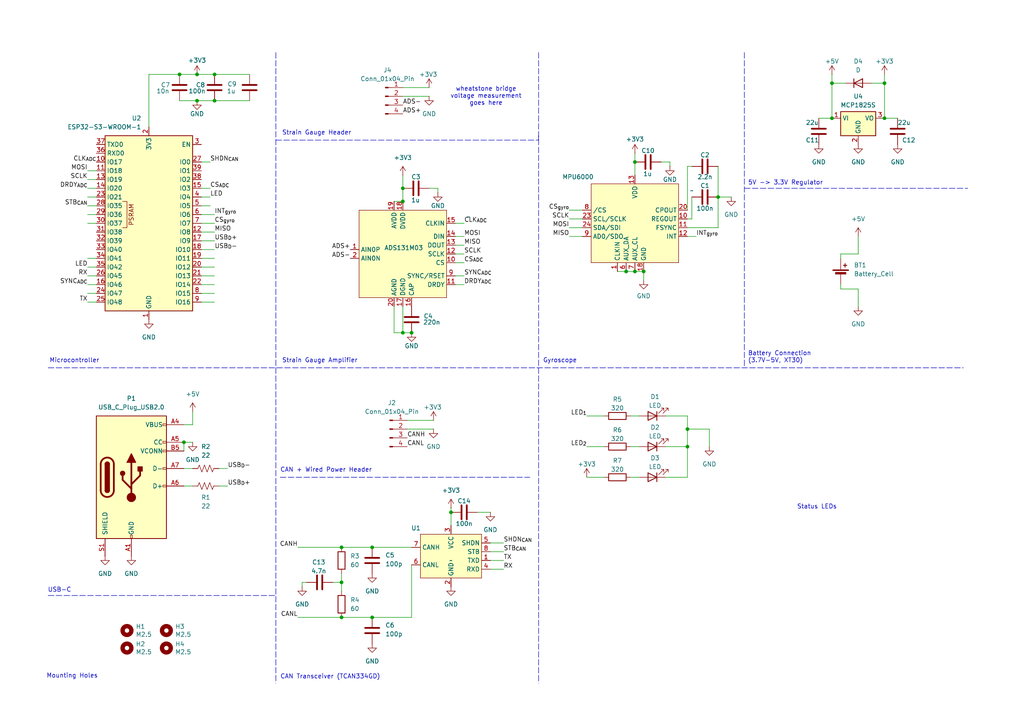
<source format=kicad_sch>
(kicad_sch (version 20231120) (generator "eeschema") (generator_version "8.0")
  (paper "A4")
  (lib_symbols
    (symbol "0_pwrmtr:ADS131M03"
      (property "Reference" "ADS131M03" (at -19.05 15.24 0))
      (symbol "ADS131M03_1_1"
        (rectangle (start -12.7 12.7) (end 12.7 -12.7) (fill (type background)))
        (pin input line (at -15.24 1.27 0) (length 2.54) (name "AIN0P") (number "1"))
        (pin input line (at 15.24 -2.54 180) (length 2.54) (name "CS") (number "10"))
        (pin input line (at 15.24 -8.89 180) (length 2.54) (name "DRDY") (number "11"))
        (pin input line (at 15.24 0 180) (length 2.54) (name "SCLK") (number "12"))
        (pin input line (at 15.24 2.54 180) (length 2.54) (name "DOUT") (number "13"))
        (pin input line (at 15.24 5.08 180) (length 2.54) (name "DIN") (number "14"))
        (pin input line (at 15.24 8.89 180) (length 2.54) (name "CLKIN") (number "15"))
        (pin input line (at 2.54 -15.24 90) (length 2.54) (name "CAP") (number "16"))
        (pin input line (at 0 -15.24 90) (length 2.54) (name "DGND") (number "17"))
        (pin input line (at 0 15.24 270) (length 2.54) (name "DVDD") (number "18"))
        (pin input line (at -2.54 15.24 270) (length 2.54) (name "AVDD") (number "19"))
        (pin input line (at -15.24 -1.27 0) (length 2.54) (name "AIN0N") (number "2"))
        (pin input line (at -2.54 -15.24 90) (length 2.54) (name "AGND") (number "20"))
        (pin input line (at -15.24 -8.89 0) (length 2.54) hide (name "AIN1N") (number "3"))
        (pin input line (at -15.24 -10.16 0) (length 2.54) hide (name "AIN1P") (number "4"))
        (pin input line (at -15.24 -11.43 0) (length 2.54) hide (name "AIN2P") (number "5"))
        (pin input line (at -12.7 -15.24 90) (length 2.54) hide (name "AIN2N") (number "6"))
        (pin input line (at -11.43 -15.24 90) (length 2.54) hide (name "NC") (number "7"))
        (pin input line (at -10.16 -15.24 90) (length 2.54) hide (name "NC") (number "8"))
        (pin input line (at 15.24 -6.35 180) (length 2.54) (name "SYNC/RSET") (number "9"))
      )
    )
    (symbol "0_pwrmtr:MPU6050"
      (property "Reference" "MPU6050" (at -19.05 12.7 0))
      (symbol "MPU6050_1_1"
        (rectangle (start -12.7 11.43) (end 12.7 -11.43) (fill (type background)))
        (pin input line (at -5.08 -13.97 90) (length 2.54) (name "CLKIN") (number "1"))
        (pin input line (at 15.24 1.27 180) (length 2.54) (name "REGOUT") (number "10"))
        (pin input line (at 15.24 -1.27 180) (length 2.54) (name "FSYNC") (number "11"))
        (pin input line (at 15.24 -3.81 180) (length 2.54) (name "INT") (number "12"))
        (pin input line (at 0 13.97 270) (length 2.54) (name "VDD") (number "13"))
        (pin no_connect line (at 3.81 13.97 270) (length 2.54) hide (name "NC") (number "14"))
        (pin no_connect line (at -3.81 13.97 270) (length 2.54) hide (name "NC") (number "15"))
        (pin no_connect line (at -6.35 13.97 270) (length 2.54) hide (name "NC") (number "16"))
        (pin no_connect line (at -8.89 13.97 270) (length 2.54) hide (name "NC") (number "17"))
        (pin input line (at 2.54 -13.97 90) (length 2.54) (name "GND") (number "18"))
        (pin input line (at -15.24 -10.16 0) (length 2.54) hide (name "RESV") (number "19"))
        (pin no_connect line (at -11.43 13.97 270) (length 2.54) hide (name "NC") (number "2"))
        (pin input line (at 15.24 3.81 180) (length 2.54) (name "CPOUT") (number "20"))
        (pin input line (at -15.24 -7.62 0) (length 2.54) hide (name "RESV") (number "21"))
        (pin input line (at -15.24 -5.08 0) (length 2.54) hide (name "RESV") (number "22"))
        (pin input line (at -15.24 1.27 0) (length 2.54) (name "SCL/SCLK") (number "23"))
        (pin input line (at -15.24 -1.27 0) (length 2.54) (name "SDA/SDI") (number "24"))
        (pin no_connect line (at 11.43 13.97 270) (length 2.54) hide (name "NC") (number "3"))
        (pin no_connect line (at 8.89 13.97 270) (length 2.54) hide (name "NC") (number "4"))
        (pin no_connect line (at 6.35 13.97 270) (length 2.54) hide (name "NC") (number "5"))
        (pin input line (at -2.54 -13.97 90) (length 2.54) (name "AUX_DA") (number "6"))
        (pin input line (at 0 -13.97 90) (length 2.54) (name "AUX_CL") (number "7"))
        (pin input line (at -15.24 3.81 0) (length 2.54) (name "/CS") (number "8"))
        (pin input line (at -15.24 -3.81 0) (length 2.54) (name "AD0/SDO") (number "9"))
      )
    )
    (symbol "0_pwrmtr:TCAN334"
      (property "Reference" "U" (at 0 0 0))
      (symbol "TCAN334_1_1"
        (rectangle (start -8.89 6.35) (end 8.89 -6.35) (fill (type background)))
        (pin input line (at 11.43 -1.27 180) (length 2.54) (name "TXD") (number "1"))
        (pin passive line (at 0 -8.89 90) (length 2.54) (name "GND") (number "2"))
        (pin power_in line (at 0 8.89 270) (length 2.54) (name "VCC") (number "3"))
        (pin output line (at 11.43 -3.81 180) (length 2.54) (name "RXD") (number "4"))
        (pin input line (at 11.43 3.81 180) (length 2.54) (name "SHDN") (number "5"))
        (pin output line (at -11.43 -2.54 0) (length 2.54) (name "CANL") (number "6"))
        (pin output line (at -11.43 2.54 0) (length 2.54) (name "CANH") (number "7"))
        (pin input line (at 11.43 1.27 180) (length 2.54) (name "STB") (number "8"))
      )
    )
    (symbol "Connector:Conn_01x04_Pin" (pin_names (offset 1.016) hide)
      (property "Reference" "J" (at 0 5.08 0))
      (property "Value" "Conn_01x04_Pin" (at 0 -7.62 0))
      (symbol "Conn_01x04_Pin_1_1"
        (polyline (pts (xy 1.27 -5.08) (xy 0.8636 -5.08)) (stroke (width 0.1524)))
        (polyline (pts (xy 1.27 -2.54) (xy 0.8636 -2.54)) (stroke (width 0.1524)))
        (polyline (pts (xy 1.27 0) (xy 0.8636 0)) (stroke (width 0.1524)))
        (polyline (pts (xy 1.27 2.54) (xy 0.8636 2.54)) (stroke (width 0.1524)))
        (rectangle (start 0.8636 -4.953) (end 0 -5.207) (stroke (width 0.1524)) (fill (type outline)))
        (rectangle (start 0.8636 -2.413) (end 0 -2.667) (stroke (width 0.1524)) (fill (type outline)))
        (rectangle (start 0.8636 0.127) (end 0 -0.127) (stroke (width 0.1524)) (fill (type outline)))
        (rectangle (start 0.8636 2.667) (end 0 2.413) (stroke (width 0.1524)) (fill (type outline)))
        (pin passive line (at 5.08 2.54 180) (length 3.81) (name "Pin_1") (number "1"))
        (pin passive line (at 5.08 0 180) (length 3.81) (name "Pin_2") (number "2"))
        (pin passive line (at 5.08 -2.54 180) (length 3.81) (name "Pin_3") (number "3"))
        (pin passive line (at 5.08 -5.08 180) (length 3.81) (name "Pin_4") (number "4"))
      )
    )
    (symbol "Connector:USB_C_Plug_USB2.0" (pin_names (offset 1.016))
      (property "Reference" "P" (at -10.16 19.05 0))
      (property "Value" "USB_C_Plug_USB2.0" (at 12.7 19.05 0))
      (symbol "USB_C_Plug_USB2.0_0_0"
        (rectangle (start -0.254 -17.78) (end 0.254 -16.764))
        (rectangle (start 10.16 -2.286) (end 9.144 -2.794))
        (rectangle (start 10.16 2.794) (end 9.144 2.286))
        (rectangle (start 10.16 7.874) (end 9.144 7.366))
        (rectangle (start 10.16 10.414) (end 9.144 9.906))
        (rectangle (start 10.16 15.494) (end 9.144 14.986))
      )
      (symbol "USB_C_Plug_USB2.0_0_1"
        (rectangle (start -10.16 17.78) (end 10.16 -17.78) (stroke (width 0.254)) (fill (type background)))
        (arc (start -8.89 -3.81) (mid -6.985 -5.7067) (end -5.08 -3.81) (stroke (width 0.508)))
        (arc (start -7.62 -3.81) (mid -6.985 -4.4423) (end -6.35 -3.81) (stroke (width 0.254)))
        (arc (start -7.62 -3.81) (mid -6.985 -4.4423) (end -6.35 -3.81) (stroke (width 0.254)) (fill (type outline)))
        (rectangle (start -7.62 -3.81) (end -6.35 3.81) (stroke (width 0.254)) (fill (type outline)))
        (arc (start -6.35 3.81) (mid -6.985 4.4423) (end -7.62 3.81) (stroke (width 0.254)))
        (arc (start -6.35 3.81) (mid -6.985 4.4423) (end -7.62 3.81) (stroke (width 0.254)) (fill (type outline)))
        (arc (start -5.08 3.81) (mid -6.985 5.7067) (end -8.89 3.81) (stroke (width 0.508)))
        (circle (center -2.54 1.143) (radius 0.635) (stroke (width 0.254)) (fill (type outline)))
        (circle (center 0 -5.842) (radius 1.27) (fill (type outline)))
        (polyline (pts (xy -8.89 -3.81) (xy -8.89 3.81)) (stroke (width 0.508)))
        (polyline (pts (xy -5.08 3.81) (xy -5.08 -3.81)) (stroke (width 0.508)))
        (polyline (pts (xy 0 -5.842) (xy 0 4.318)) (stroke (width 0.508)))
        (polyline (pts (xy 0 -3.302) (xy -2.54 -0.762) (xy -2.54 0.508)) (stroke (width 0.508)))
        (polyline (pts (xy 0 -2.032) (xy 2.54 0.508) (xy 2.54 1.778)) (stroke (width 0.508)))
        (polyline (pts (xy -1.27 4.318) (xy 0 6.858) (xy 1.27 4.318) (xy -1.27 4.318)) (stroke (width 0.254)) (fill (type outline)))
        (rectangle (start 1.905 1.778) (end 3.175 3.048) (stroke (width 0.254)) (fill (type outline)))
      )
      (symbol "USB_C_Plug_USB2.0_1_1"
        (pin passive line (at 0 -22.86 90) (length 5.08) (name "GND") (number "A1"))
        (pin passive line (at 0 -22.86 90) (length 5.08) hide (name "GND") (number "A12"))
        (pin passive line (at 15.24 15.24 180) (length 5.08) (name "VBUS") (number "A4"))
        (pin bidirectional line (at 15.24 10.16 180) (length 5.08) (name "CC") (number "A5"))
        (pin bidirectional line (at 15.24 -2.54 180) (length 5.08) (name "D+") (number "A6"))
        (pin bidirectional line (at 15.24 2.54 180) (length 5.08) (name "D-") (number "A7"))
        (pin passive line (at 15.24 15.24 180) (length 5.08) hide (name "VBUS") (number "A9"))
        (pin passive line (at 0 -22.86 90) (length 5.08) hide (name "GND") (number "B1"))
        (pin passive line (at 0 -22.86 90) (length 5.08) hide (name "GND") (number "B12"))
        (pin passive line (at 15.24 15.24 180) (length 5.08) hide (name "VBUS") (number "B4"))
        (pin bidirectional line (at 15.24 7.62 180) (length 5.08) (name "VCONN") (number "B5"))
        (pin passive line (at 15.24 15.24 180) (length 5.08) hide (name "VBUS") (number "B9"))
        (pin passive line (at -7.62 -22.86 90) (length 5.08) (name "SHIELD") (number "S1"))
      )
    )
    (symbol "Device:Battery_Cell" (pin_numbers hide) (pin_names (offset 0) hide)
      (property "Reference" "BT" (at 2.54 2.54 0))
      (property "Value" "Battery_Cell" (at 2.54 0 0))
      (symbol "Battery_Cell_0_1"
        (rectangle (start -2.286 1.778) (end 2.286 1.524) (fill (type outline)))
        (rectangle (start -1.524 1.016) (end 1.524 0.508) (fill (type outline)))
        (polyline (pts (xy 0 0.762) (xy 0 0)))
        (polyline (pts (xy 0 1.778) (xy 0 2.54)))
        (polyline (pts (xy 0.762 3.048) (xy 1.778 3.048)) (stroke (width 0.254)))
        (polyline (pts (xy 1.27 3.556) (xy 1.27 2.54)) (stroke (width 0.254)))
      )
      (symbol "Battery_Cell_1_1"
        (pin passive line (at 0 5.08 270) (length 2.54) (name "+") (number "1"))
        (pin passive line (at 0 -2.54 90) (length 2.54) (name "-") (number "2"))
      )
    )
    (symbol "Device:C" (pin_numbers hide) (pin_names (offset 0.254))
      (property "Reference" "C" (at 0.635 2.54 0))
      (property "Value" "C" (at 0.635 -2.54 0))
      (symbol "C_0_1"
        (polyline (pts (xy -2.032 -0.762) (xy 2.032 -0.762)) (stroke (width 0.508)))
        (polyline (pts (xy -2.032 0.762) (xy 2.032 0.762)) (stroke (width 0.508)))
      )
      (symbol "C_1_1"
        (pin passive line (at 0 3.81 270) (length 2.794) (name "~") (number "1"))
        (pin passive line (at 0 -3.81 90) (length 2.794) (name "~") (number "2"))
      )
    )
    (symbol "Device:D" (pin_numbers hide) (pin_names (offset 1.016) hide)
      (property "Reference" "D" (at 0 2.54 0))
      (property "Value" "D" (at 0 -2.54 0))
      (symbol "D_0_1"
        (polyline (pts (xy -1.27 1.27) (xy -1.27 -1.27)) (stroke (width 0.254)))
        (polyline (pts (xy 1.27 0) (xy -1.27 0)))
        (polyline (pts (xy 1.27 1.27) (xy 1.27 -1.27) (xy -1.27 0) (xy 1.27 1.27)) (stroke (width 0.254)))
      )
      (symbol "D_1_1"
        (pin passive line (at -3.81 0 0) (length 2.54) (name "K") (number "1"))
        (pin passive line (at 3.81 0 180) (length 2.54) (name "A") (number "2"))
      )
    )
    (symbol "Device:LED" (pin_numbers hide) (pin_names (offset 1.016) hide)
      (property "Reference" "D" (at 0 2.54 0))
      (property "Value" "LED" (at 0 -2.54 0))
      (symbol "LED_0_1"
        (polyline (pts (xy -1.27 -1.27) (xy -1.27 1.27)) (stroke (width 0.254)))
        (polyline (pts (xy -1.27 0) (xy 1.27 0)))
        (polyline (pts (xy 1.27 -1.27) (xy 1.27 1.27) (xy -1.27 0) (xy 1.27 -1.27)) (stroke (width 0.254)))
        (polyline (pts (xy -3.048 -0.762) (xy -4.572 -2.286) (xy -3.81 -2.286) (xy -4.572 -2.286) (xy -4.572 -1.524)))
        (polyline (pts (xy -1.778 -0.762) (xy -3.302 -2.286) (xy -2.54 -2.286) (xy -3.302 -2.286) (xy -3.302 -1.524)))
      )
      (symbol "LED_1_1"
        (pin passive line (at -3.81 0 0) (length 2.54) (name "K") (number "1"))
        (pin passive line (at 3.81 0 180) (length 2.54) (name "A") (number "2"))
      )
    )
    (symbol "Device:R" (pin_numbers hide) (pin_names (offset 0))
      (property "Reference" "R" (at 2.032 0 90))
      (property "Value" "R" (at 0 0 90))
      (symbol "R_0_1"
        (rectangle (start -1.016 -2.54) (end 1.016 2.54) (stroke (width 0.254)))
      )
      (symbol "R_1_1"
        (pin passive line (at 0 3.81 270) (length 1.27) (name "~") (number "1"))
        (pin passive line (at 0 -3.81 90) (length 1.27) (name "~") (number "2"))
      )
    )
    (symbol "Device:R_US" (pin_numbers hide) (pin_names (offset 0))
      (property "Reference" "R" (at 2.54 0 90))
      (property "Value" "R_US" (at -2.54 0 90))
      (symbol "R_US_0_1"
        (polyline (pts (xy 0 -2.286) (xy 0 -2.54)))
        (polyline (pts (xy 0 2.286) (xy 0 2.54)))
        (polyline (pts (xy 0 -0.762) (xy 1.016 -1.143) (xy 0 -1.524) (xy -1.016 -1.905) (xy 0 -2.286)))
        (polyline (pts (xy 0 0.762) (xy 1.016 0.381) (xy 0 0) (xy -1.016 -0.381) (xy 0 -0.762)))
        (polyline (pts (xy 0 2.286) (xy 1.016 1.905) (xy 0 1.524) (xy -1.016 1.143) (xy 0 0.762)))
      )
      (symbol "R_US_1_1"
        (pin passive line (at 0 3.81 270) (length 1.27) (name "~") (number "1"))
        (pin passive line (at 0 -3.81 90) (length 1.27) (name "~") (number "2"))
      )
    )
    (symbol "Mechanical:MountingHole" (pin_names (offset 1.016))
      (property "Reference" "H" (at 0 5.08 0))
      (property "Value" "MountingHole" (at 0 3.175 0))
      (symbol "MountingHole_0_1"
        (circle (center 0 0) (radius 1.27) (stroke (width 1.27)))
      )
    )
    (symbol "RF_Module:ESP32-S3-WROOM-1"
      (property "Reference" "U" (at -12.7 26.67 0))
      (property "Value" "ESP32-S3-WROOM-1" (at 12.7 26.67 0))
      (symbol "ESP32-S3-WROOM-1_0_0"
        (rectangle (start -12.7 25.4) (end 12.7 -25.4) (stroke (width 0.254)) (fill (type background)))
        (text "PSRAM" (at 5.08 2.54 900) (effects (font (size 1.27 1.27))))
      )
      (symbol "ESP32-S3-WROOM-1_0_1"
        (polyline (pts (xy 7.62 -1.27) (xy 6.35 -1.27) (xy 6.35 6.35) (xy 7.62 6.35)))
      )
      (symbol "ESP32-S3-WROOM-1_1_1"
        (pin power_in line (at 0 -27.94 90) (length 2.54) (name "GND") (number "1"))
        (pin bidirectional line (at 15.24 17.78 180) (length 2.54) (name "IO17") (number "10"))
        (pin bidirectional line (at 15.24 15.24 180) (length 2.54) (name "IO18") (number "11"))
        (pin bidirectional line (at -15.24 -2.54 0) (length 2.54) (name "IO8") (number "12"))
        (pin bidirectional line (at 15.24 12.7 180) (length 2.54) (name "IO19") (number "13"))
        (pin bidirectional line (at 15.24 10.16 180) (length 2.54) (name "IO20") (number "14"))
        (pin bidirectional line (at -15.24 10.16 0) (length 2.54) (name "IO3") (number "15"))
        (pin bidirectional line (at 15.24 -17.78 180) (length 2.54) (name "IO46") (number "16"))
        (pin bidirectional line (at -15.24 -5.08 0) (length 2.54) (name "IO9") (number "17"))
        (pin bidirectional line (at -15.24 -7.62 0) (length 2.54) (name "IO10") (number "18"))
        (pin bidirectional line (at -15.24 -10.16 0) (length 2.54) (name "IO11") (number "19"))
        (pin power_in line (at 0 27.94 270) (length 2.54) (name "3V3") (number "2"))
        (pin bidirectional line (at -15.24 -12.7 0) (length 2.54) (name "IO12") (number "20"))
        (pin bidirectional line (at -15.24 -15.24 0) (length 2.54) (name "IO13") (number "21"))
        (pin bidirectional line (at -15.24 -17.78 0) (length 2.54) (name "IO14") (number "22"))
        (pin bidirectional line (at 15.24 7.62 180) (length 2.54) (name "IO21") (number "23"))
        (pin bidirectional line (at 15.24 -20.32 180) (length 2.54) (name "IO47") (number "24"))
        (pin bidirectional line (at 15.24 -22.86 180) (length 2.54) (name "IO48") (number "25"))
        (pin bidirectional line (at 15.24 -15.24 180) (length 2.54) (name "IO45") (number "26"))
        (pin bidirectional line (at -15.24 17.78 0) (length 2.54) (name "IO0") (number "27"))
        (pin bidirectional line (at 15.24 5.08 180) (length 2.54) (name "IO35") (number "28"))
        (pin bidirectional line (at 15.24 2.54 180) (length 2.54) (name "IO36") (number "29"))
        (pin input line (at -15.24 22.86 0) (length 2.54) (name "EN") (number "3"))
        (pin bidirectional line (at 15.24 0 180) (length 2.54) (name "IO37") (number "30"))
        (pin bidirectional line (at 15.24 -2.54 180) (length 2.54) (name "IO38") (number "31"))
        (pin bidirectional line (at 15.24 -5.08 180) (length 2.54) (name "IO39") (number "32"))
        (pin bidirectional line (at 15.24 -7.62 180) (length 2.54) (name "IO40") (number "33"))
        (pin bidirectional line (at 15.24 -10.16 180) (length 2.54) (name "IO41") (number "34"))
        (pin bidirectional line (at 15.24 -12.7 180) (length 2.54) (name "IO42") (number "35"))
        (pin bidirectional line (at 15.24 20.32 180) (length 2.54) (name "RXD0") (number "36"))
        (pin bidirectional line (at 15.24 22.86 180) (length 2.54) (name "TXD0") (number "37"))
        (pin bidirectional line (at -15.24 12.7 0) (length 2.54) (name "IO2") (number "38"))
        (pin bidirectional line (at -15.24 15.24 0) (length 2.54) (name "IO1") (number "39"))
        (pin bidirectional line (at -15.24 7.62 0) (length 2.54) (name "IO4") (number "4"))
        (pin passive line (at 0 -27.94 90) (length 2.54) hide (name "GND") (number "40"))
        (pin passive line (at 0 -27.94 90) (length 2.54) hide (name "GND") (number "41"))
        (pin bidirectional line (at -15.24 5.08 0) (length 2.54) (name "IO5") (number "5"))
        (pin bidirectional line (at -15.24 2.54 0) (length 2.54) (name "IO6") (number "6"))
        (pin bidirectional line (at -15.24 0 0) (length 2.54) (name "IO7") (number "7"))
        (pin bidirectional line (at -15.24 -20.32 0) (length 2.54) (name "IO15") (number "8"))
        (pin bidirectional line (at -15.24 -22.86 0) (length 2.54) (name "IO16") (number "9"))
      )
    )
    (symbol "Regulator_Linear:MCP1825S"
      (property "Reference" "U" (at -3.81 3.175 0))
      (property "Value" "MCP1825S" (at 0 3.175 0))
      (symbol "MCP1825S_0_1"
        (rectangle (start -5.08 1.905) (end 5.08 -5.08) (stroke (width 0.254)) (fill (type background)))
      )
      (symbol "MCP1825S_1_1"
        (pin power_in line (at -7.62 0 0) (length 2.54) (name "VI") (number "1"))
        (pin power_in line (at 0 -7.62 90) (length 2.54) (name "GND") (number "2"))
        (pin power_out line (at 7.62 0 180) (length 2.54) (name "VO") (number "3"))
      )
    )
    (symbol "power:+3.3V" (power) (pin_names (offset 0))
      (property "Value" "+3.3V" (at 0 3.556 0))
      (symbol "+3.3V_0_1"
        (polyline (pts (xy -0.762 1.27) (xy 0 2.54)))
        (polyline (pts (xy 0 0) (xy 0 2.54)))
        (polyline (pts (xy 0 2.54) (xy 0.762 1.27)))
      )
      (symbol "+3.3V_1_1"
        (pin power_in line (at 0 0 90) (length 0) hide (name "+3.3V") (number "1"))
      )
    )
    (symbol "power:+3V3" (power) (pin_numbers hide) (pin_names (offset 0) hide)
      (property "Value" "+3V3" (at 0 3.556 0))
      (symbol "+3V3_0_1"
        (polyline (pts (xy -0.762 1.27) (xy 0 2.54)))
        (polyline (pts (xy 0 0) (xy 0 2.54)))
        (polyline (pts (xy 0 2.54) (xy 0.762 1.27)))
      )
      (symbol "+3V3_1_1"
        (pin power_in line (at 0 0 90) (length 0) (name "~") (number "1"))
      )
    )
    (symbol "power:+5V" (power) (pin_numbers hide) (pin_names (offset 0) hide)
      (property "Value" "+5V" (at 0 3.556 0))
      (symbol "+5V_0_1"
        (polyline (pts (xy -0.762 1.27) (xy 0 2.54)))
        (polyline (pts (xy 0 0) (xy 0 2.54)))
        (polyline (pts (xy 0 2.54) (xy 0.762 1.27)))
      )
      (symbol "+5V_1_1"
        (pin power_in line (at 0 0 90) (length 0) (name "~") (number "1"))
      )
    )
    (symbol "power:GND" (power) (pin_numbers hide) (pin_names (offset 0) hide)
      (property "Value" "GND" (at 0 -3.81 0))
      (symbol "GND_0_1"
        (polyline (pts (xy 0 0) (xy 0 -1.27) (xy 1.27 -1.27) (xy 0 -2.54) (xy -1.27 -1.27) (xy 0 -1.27)))
      )
      (symbol "GND_1_1"
        (pin power_in line (at 0 0 270) (length 0) (name "~") (number "1"))
      )
    )
  )
  (junction (at 99.06 179.07))
  (junction (at 199.39 129.54))
  (junction (at 116.84 96.52))
  (junction (at 99.06 158.75))
  (junction (at 256.54 34.29))
  (junction (at 184.15 46.99))
  (junction (at 119.38 96.52))
  (junction (at 57.15 21.59))
  (junction (at 199.39 124.46))
  (junction (at 181.61 78.74))
  (junction (at 107.95 158.75))
  (junction (at 208.28 57.15))
  (junction (at 53.34 128.27))
  (junction (at 99.06 168.91))
  (junction (at 256.54 24.13))
  (junction (at 116.84 54.61))
  (junction (at 57.15 29.21))
  (junction (at 116.84 58.42))
  (junction (at 62.23 21.59))
  (junction (at 184.15 78.74))
  (junction (at 52.07 21.59))
  (junction (at 241.3 34.29))
  (junction (at 186.69 78.74))
  (junction (at 107.95 179.07))
  (junction (at 130.81 148.59))
  (junction (at 241.3 24.13))
  (junction (at 62.23 29.21))
  (wire (pts (xy 182.88 129.54) (xy 185.42 129.54)))
  (wire (pts (xy 58.42 77.47) (xy 62.23 77.47)))
  (wire (pts (xy 114.3 96.52) (xy 116.84 96.52)))
  (wire (pts (xy 199.39 63.5) (xy 200.66 63.5)))
  (wire (pts (xy 58.42 87.63) (xy 62.23 87.63)))
  (wire (pts (xy 165.1 68.58) (xy 168.91 68.58)))
  (wire (pts (xy 53.34 123.19) (xy 55.88 123.19)))
  (polyline (pts (xy 80.01 15.24) (xy 80.01 106.68)) (stroke (width 0) (type dash)))
  (polyline (pts (xy 13.97 172.72) (xy 80.01 172.72)) (stroke (width 0) (type dash)))
  (wire (pts (xy 119.38 163.83) (xy 119.38 179.07)))
  (wire (pts (xy 248.92 83.82) (xy 243.84 83.82)))
  (wire (pts (xy 116.84 50.8) (xy 116.84 54.61)))
  (wire (pts (xy 243.84 73.66) (xy 243.84 74.93)))
  (wire (pts (xy 57.15 29.21) (xy 62.23 29.21)))
  (wire (pts (xy 256.54 21.59) (xy 256.54 24.13)))
  (wire (pts (xy 87.63 168.91) (xy 87.63 170.18)))
  (wire (pts (xy 146.05 165.1) (xy 142.24 165.1)))
  (wire (pts (xy 107.95 158.75) (xy 119.38 158.75)))
  (wire (pts (xy 199.39 124.46) (xy 199.39 129.54)))
  (wire (pts (xy 182.88 120.65) (xy 185.42 120.65)))
  (wire (pts (xy 248.92 88.9) (xy 248.92 83.82)))
  (wire (pts (xy 170.18 120.65) (xy 175.26 120.65)))
  (wire (pts (xy 57.15 21.59) (xy 62.23 21.59)))
  (wire (pts (xy 199.39 129.54) (xy 199.39 138.43)))
  (wire (pts (xy 125.73 121.92) (xy 118.11 121.92)))
  (wire (pts (xy 248.92 68.58) (xy 248.92 73.66)))
  (wire (pts (xy 179.07 78.74) (xy 181.61 78.74)))
  (wire (pts (xy 62.23 85.09) (xy 58.42 85.09)))
  (wire (pts (xy 52.07 21.59) (xy 57.15 21.59)))
  (wire (pts (xy 58.42 74.93) (xy 62.23 74.93)))
  (wire (pts (xy 142.24 160.02) (xy 146.05 160.02)))
  (wire (pts (xy 52.07 29.21) (xy 57.15 29.21)))
  (wire (pts (xy 199.39 124.46) (xy 205.74 124.46)))
  (wire (pts (xy 55.88 128.27) (xy 53.34 128.27)))
  (wire (pts (xy 43.18 21.59) (xy 52.07 21.59)))
  (wire (pts (xy 62.23 29.21) (xy 72.39 29.21)))
  (polyline (pts (xy 80.01 106.68) (xy 80.01 198.12)) (stroke (width 0) (type dash)))
  (wire (pts (xy 208.28 48.26) (xy 208.28 57.15)))
  (wire (pts (xy 199.39 68.58) (xy 201.93 68.58)))
  (wire (pts (xy 199.39 120.65) (xy 199.39 124.46)))
  (wire (pts (xy 96.52 168.91) (xy 99.06 168.91)))
  (wire (pts (xy 25.4 49.53) (xy 27.94 49.53)))
  (wire (pts (xy 170.18 129.54) (xy 175.26 129.54)))
  (wire (pts (xy 25.4 59.69) (xy 27.94 59.69)))
  (wire (pts (xy 132.08 68.58) (xy 134.62 68.58)))
  (wire (pts (xy 200.66 57.15) (xy 200.66 63.5)))
  (wire (pts (xy 132.08 82.55) (xy 134.62 82.55)))
  (wire (pts (xy 124.46 25.4) (xy 116.84 25.4)))
  (wire (pts (xy 58.42 67.31) (xy 62.23 67.31)))
  (wire (pts (xy 116.84 88.9) (xy 116.84 96.52)))
  (wire (pts (xy 125.73 124.46) (xy 118.11 124.46)))
  (wire (pts (xy 127 54.61) (xy 127 55.88)))
  (wire (pts (xy 237.49 34.29) (xy 241.3 34.29)))
  (wire (pts (xy 25.4 54.61) (xy 27.94 54.61)))
  (wire (pts (xy 199.39 48.26) (xy 199.39 60.96)))
  (wire (pts (xy 165.1 63.5) (xy 168.91 63.5)))
  (wire (pts (xy 63.5 140.97) (xy 66.04 140.97)))
  (wire (pts (xy 43.18 21.59) (xy 43.18 36.83)))
  (wire (pts (xy 208.28 57.15) (xy 208.28 66.04)))
  (wire (pts (xy 184.15 46.99) (xy 184.15 50.8)))
  (wire (pts (xy 62.23 21.59) (xy 72.39 21.59)))
  (wire (pts (xy 132.08 80.01) (xy 134.62 80.01)))
  (wire (pts (xy 114.3 58.42) (xy 116.84 58.42)))
  (wire (pts (xy 132.08 64.77) (xy 134.62 64.77)))
  (polyline (pts (xy 156.21 40.64) (xy 156.21 39.37)) (stroke (width 0) (type dash)))
  (wire (pts (xy 200.66 48.26) (xy 199.39 48.26)))
  (wire (pts (xy 86.36 158.75) (xy 99.06 158.75)))
  (wire (pts (xy 25.4 77.47) (xy 27.94 77.47)))
  (wire (pts (xy 63.5 135.89) (xy 66.04 135.89)))
  (wire (pts (xy 186.69 78.74) (xy 186.69 81.28)))
  (wire (pts (xy 99.06 158.75) (xy 107.95 158.75)))
  (wire (pts (xy 193.04 129.54) (xy 199.39 129.54)))
  (wire (pts (xy 193.04 120.65) (xy 199.39 120.65)))
  (wire (pts (xy 25.4 74.93) (xy 27.94 74.93)))
  (wire (pts (xy 138.43 148.59) (xy 142.24 148.59)))
  (wire (pts (xy 58.42 46.99) (xy 60.96 46.99)))
  (wire (pts (xy 184.15 44.45) (xy 184.15 46.99)))
  (wire (pts (xy 116.84 96.52) (xy 119.38 96.52)))
  (wire (pts (xy 25.4 80.01) (xy 27.94 80.01)))
  (wire (pts (xy 191.77 46.99) (xy 194.31 46.99)))
  (wire (pts (xy 252.73 24.13) (xy 256.54 24.13)))
  (wire (pts (xy 124.46 27.94) (xy 116.84 27.94)))
  (wire (pts (xy 241.3 24.13) (xy 245.11 24.13)))
  (wire (pts (xy 25.4 85.09) (xy 27.94 85.09)))
  (wire (pts (xy 170.18 138.43) (xy 175.26 138.43)))
  (wire (pts (xy 53.34 128.27) (xy 53.34 130.81)))
  (wire (pts (xy 99.06 166.37) (xy 99.06 168.91)))
  (wire (pts (xy 205.74 124.46) (xy 205.74 129.54)))
  (wire (pts (xy 58.42 64.77) (xy 62.23 64.77)))
  (wire (pts (xy 58.42 80.01) (xy 62.23 80.01)))
  (wire (pts (xy 241.3 24.13) (xy 241.3 34.29)))
  (wire (pts (xy 193.04 138.43) (xy 199.39 138.43)))
  (wire (pts (xy 184.15 78.74) (xy 186.69 78.74)))
  (wire (pts (xy 260.35 34.29) (xy 256.54 34.29)))
  (wire (pts (xy 86.36 179.07) (xy 99.06 179.07)))
  (wire (pts (xy 116.84 54.61) (xy 116.84 58.42)))
  (wire (pts (xy 88.9 168.91) (xy 87.63 168.91)))
  (polyline (pts (xy 81.28 138.43) (xy 153.67 138.43)) (stroke (width 0) (type dash)))
  (wire (pts (xy 130.81 147.32) (xy 130.81 148.59)))
  (wire (pts (xy 58.42 54.61) (xy 60.96 54.61)))
  (wire (pts (xy 132.08 76.2) (xy 134.62 76.2)))
  (wire (pts (xy 256.54 24.13) (xy 256.54 34.29)))
  (polyline (pts (xy 13.97 106.68) (xy 279.4 106.68)) (stroke (width 0) (type dash)))
  (wire (pts (xy 58.42 72.39) (xy 62.23 72.39)))
  (wire (pts (xy 124.46 54.61) (xy 127 54.61)))
  (wire (pts (xy 146.05 162.56) (xy 142.24 162.56)))
  (wire (pts (xy 25.4 64.77) (xy 27.94 64.77)))
  (wire (pts (xy 58.42 59.69) (xy 60.96 59.69)))
  (polyline (pts (xy 156.21 15.24) (xy 156.21 106.68)) (stroke (width 0) (type dash)))
  (polyline (pts (xy 80.01 40.64) (xy 156.21 40.64)) (stroke (width 0) (type dash)))
  (wire (pts (xy 58.42 69.85) (xy 62.23 69.85)))
  (wire (pts (xy 181.61 78.74) (xy 184.15 78.74)))
  (wire (pts (xy 25.4 62.23) (xy 27.94 62.23)))
  (wire (pts (xy 53.34 140.97) (xy 55.88 140.97)))
  (polyline (pts (xy 215.9 54.61) (xy 280.67 54.61)) (stroke (width 0) (type dash)))
  (wire (pts (xy 58.42 82.55) (xy 62.23 82.55)))
  (wire (pts (xy 55.88 123.19) (xy 55.88 119.38)))
  (wire (pts (xy 199.39 66.04) (xy 208.28 66.04)))
  (polyline (pts (xy 156.21 106.68) (xy 156.21 198.12)) (stroke (width 0) (type dash)))
  (wire (pts (xy 142.24 157.48) (xy 146.05 157.48)))
  (wire (pts (xy 25.4 87.63) (xy 27.94 87.63)))
  (wire (pts (xy 99.06 168.91) (xy 99.06 171.45)))
  (wire (pts (xy 241.3 21.59) (xy 241.3 24.13)))
  (wire (pts (xy 194.31 46.99) (xy 194.31 48.26)))
  (wire (pts (xy 25.4 57.15) (xy 27.94 57.15)))
  (wire (pts (xy 114.3 88.9) (xy 114.3 96.52)))
  (wire (pts (xy 243.84 83.82) (xy 243.84 82.55)))
  (wire (pts (xy 58.42 62.23) (xy 62.23 62.23)))
  (wire (pts (xy 58.42 57.15) (xy 60.96 57.15)))
  (polyline (pts (xy 215.9 15.24) (xy 215.9 106.68)) (stroke (width 0) (type dash)))
  (wire (pts (xy 25.4 52.07) (xy 27.94 52.07)))
  (wire (pts (xy 165.1 60.96) (xy 168.91 60.96)))
  (wire (pts (xy 248.92 73.66) (xy 243.84 73.66)))
  (wire (pts (xy 107.95 179.07) (xy 99.06 179.07)))
  (wire (pts (xy 53.34 135.89) (xy 55.88 135.89)))
  (wire (pts (xy 208.28 57.15) (xy 212.09 57.15)))
  (wire (pts (xy 165.1 66.04) (xy 168.91 66.04)))
  (wire (pts (xy 182.88 138.43) (xy 185.42 138.43)))
  (wire (pts (xy 130.81 148.59) (xy 130.81 152.4)))
  (wire (pts (xy 132.08 73.66) (xy 134.62 73.66)))
  (wire (pts (xy 132.08 71.12) (xy 134.62 71.12)))
  (wire (pts (xy 25.4 82.55) (xy 27.94 82.55)))
  (wire (pts (xy 119.38 179.07) (xy 107.95 179.07)))
  (text "Strain Gauge Header" (at 81.788 38.608 0) (effects (font (size 1.27 1.27)) (justify left)))
  (text "Strain Gauge Amplifier" (at 81.788 104.648 0) (effects (font (size 1.27 1.27)) (justify left)))
  (text "wheatstone bridge\nvoltage measurement\ngoes here" (at 140.97 27.94 0) (effects (font (size 1.27 1.27))))
  (text "CAN + Wired Power Header" (at 81.28 136.398 0) (effects (font (size 1.27 1.27)) (justify left)))
  (text "Status LEDs" (at 231.14 147.066 0) (effects (font (size 1.27 1.27)) (justify left)))
  (text "Mounting Holes" (at 13.462 196.85 0) (effects (font (size 1.27 1.27)) (justify left bottom)))
  (text "Microcontroller" (at 21.59 104.648 0) (effects (font (size 1.27 1.27))))
  (text "5V -> 3.3V Regulator" (at 227.838 53.086 0) (effects (font (size 1.27 1.27))))
  (text "MPU6000 and ADS131\nare both using SPI" (at -34.036 69.088 0) (effects (font (size 1.27 1.27))))
  (text "Battery Connection\n(3.7V-5V, XT30)" (at 216.916 103.632 0) (effects (font (size 1.27 1.27)) (justify left)))
  (text "QUESTIONS\nhow can NC pins be used for PCB trace routing??\nfor I2C pins that i don't use, do i leave them floating or ground them?" (at -83.058 56.134 0) (effects (font (size 1.27 1.27)) (justify left)))
  (text "Gyroscope" (at 157.48 104.648 0) (effects (font (size 1.27 1.27)) (justify left)))
  (text "USB-C" (at 17.272 171.196 0) (effects (font (size 1.27 1.27))))
  (text "CAN Transceiver (TCAN334GD)" (at 81.28 196.342 0) (effects (font (size 1.27 1.27)) (justify left)))
  (label "SYNC_{ADC}" (at 25.4 82.55 180))
  (label "LED_{1}" (at 170.18 120.65 180))
  (label "SCLK" (at 134.62 73.66 0))
  (label "INT_{gyro}" (at 62.23 62.23 0))
  (label "SHDN_{CAN}" (at 146.05 157.48 0))
  (label "ADS+" (at 116.84 33.02 0))
  (label "DRDY_{ADC}" (at 134.62 82.55 0))
  (label "CS_{gyro}" (at 165.1 60.96 180))
  (label "CS_{gyro}" (at 62.23 64.77 0))
  (label "CS_{ADC}" (at 134.62 76.2 0))
  (label "MISO" (at 134.62 71.12 0))
  (label "SCLK" (at 25.4 52.07 180))
  (label "ADS-" (at 101.6 74.93 180))
  (label "CS_{ADC}" (at 60.96 54.61 0))
  (label "TX" (at 146.05 162.56 0))
  (label "SYNC_{ADC}" (at 134.62 80.01 0))
  (label "STB_{CAN}" (at 25.4 59.69 180))
  (label "CLK_{ADC}" (at 27.94 46.99 180))
  (label "DRDY_{ADC}" (at 25.4 54.61 180))
  (label "USB_{D}+" (at 66.04 140.97 0))
  (label "USB_{D}+" (at 62.23 69.85 0))
  (label "ADS+" (at 101.6 72.39 180))
  (label "STB_{CAN}" (at 146.05 160.02 0))
  (label "TX" (at 25.4 87.63 180))
  (label "LED_{2}" (at 170.18 129.54 180))
  (label "ADS-" (at 116.84 30.48 0))
  (label "INT_{gyro}" (at 201.93 68.58 0))
  (label "USB_{D}-" (at 66.04 135.89 0))
  (label "CANL" (at 86.36 179.07 180))
  (label "RX" (at 25.4 80.01 180))
  (label "MISO" (at 62.23 67.31 0))
  (label "MISO" (at 165.1 68.58 180))
  (label "LED" (at 25.4 77.47 180))
  (label "RX" (at 146.05 165.1 0))
  (label "CANH" (at 86.36 158.75 180))
  (label "LED" (at 60.96 57.15 0))
  (label "SHDN_{CAN}" (at 60.96 46.99 0))
  (label "CANH" (at 118.11 127 0))
  (label "USB_{D}-" (at 62.23 72.39 0))
  (label "CANL" (at 118.11 129.54 0))
  (label "CLK_{ADC}" (at 134.62 64.77 0))
  (label "MOSI" (at 25.4 49.53 180))
  (label "MOSI" (at 165.1 66.04 180))
  (label "MOSI" (at 134.62 68.58 0))
  (label "SCLK" (at 165.1 63.5 180))
  (symbol (lib_id "Device:C") (at 187.96 46.99 270) (unit 1)
    (property "Reference" "C10" (at 187.96 43.688 90))
    (property "Value" "1u" (at 187.833 50.419 90))
    (property "Footprint" "Capacitor_SMD:C_0402_1005Metric" (effects (hide yes)))
    (property "Description" "Unpolarized capacitor" (effects (hide yes)))
  )
  (symbol (lib_id "Device:C") (at 92.71 168.91 90) (unit 1)
    (property "Reference" "C13" (at 92.456 163.068 90))
    (property "Value" "4.7n" (at 92.456 165.608 90))
    (property "Footprint" "Capacitor_SMD:C_0402_1005Metric" (effects (hide yes)))
    (property "Description" "Unpolarized capacitor" (effects (hide yes)))
  )
  (symbol (lib_id "Device:LED") (at 189.23 120.65 180) (unit 1)
    (property "Reference" "D1" (at 189.992 115.062 0))
    (property "Value" "LED" (at 189.992 117.602 0))
    (property "Footprint" "LED_SMD:LED_0402_1005Metric" (effects (hide yes)))
    (property "Description" "Light emitting diode" (effects (hide yes)))
  )
  (symbol (lib_id "power:GND") (at 87.63 170.18 0) (unit 1)
    (property "Reference" "#PWR08" (effects (hide yes)))
    (property "Value" "GND" (at 87.63 175.26 0))
    (property "Description" "Power symbol creates a global label with name \"GND\" , ground" (effects (hide yes)))
  )
  (symbol (lib_id "power:GND") (at 127 55.88 0) (unit 1)
    (property "Reference" "#PWR010" (effects (hide yes)))
    (property "Value" "GND" (at 127 59.69 0))
    (property "Description" "Power symbol creates a global label with name \"GND\" , ground" (effects (hide yes)))
  )
  (symbol (lib_id "Device:C") (at 204.47 57.15 270) (unit 1)
    (property "Reference" "C1" (at 204.47 53.848 90))
    (property "Value" "100n" (at 204.47 60.452 90))
    (property "Footprint" "Capacitor_SMD:C_0402_1005Metric" (effects (hide yes)))
    (property "Description" "Unpolarized capacitor" (effects (hide yes)))
  )
  (symbol (lib_id "power:GND") (at 55.88 128.27 0) (unit 1)
    (property "Reference" "#PWR020" (effects (hide yes)))
    (property "Value" "GND" (at 55.88 133.35 0))
    (property "Description" "Power symbol creates a global label with name \"GND\" , ground" (effects (hide yes)))
  )
  (symbol (lib_id "power:GND") (at 130.81 170.18 0) (unit 1)
    (property "Reference" "#PWR09" (effects (hide yes)))
    (property "Value" "GND" (at 130.81 175.26 0))
    (property "Description" "Power symbol creates a global label with name \"GND\" , ground" (effects (hide yes)))
  )
  (symbol (lib_id "power:GND") (at 124.46 27.94 0) (unit 1)
    (property "Reference" "#PWR027" (effects (hide yes)))
    (property "Value" "GND" (at 124.46 33.02 0))
    (property "Description" "Power symbol creates a global label with name \"GND\" , ground" (effects (hide yes)))
  )
  (symbol (lib_id "Device:Battery_Cell") (at 243.84 80.01 0) (unit 1)
    (property "Reference" "BT1" (at 247.65 76.8984 0) (effects (justify left)))
    (property "Value" "Battery_Cell" (at 247.65 79.4384 0) (effects (justify left)))
    (property "Footprint" "Connector_AMASS:AMASS_XT30U-M_1x02_P5.0mm_Vertical" (effects (hide yes)))
    (property "Description" "Single-cell battery" (effects (hide yes)))
  )
  (symbol (lib_id "power:+3V3") (at 125.73 121.92 0) (unit 1)
    (property "Reference" "#PWR017" (effects (hide yes)))
    (property "Value" "+3V3" (at 125.476 118.11 0))
    (property "Description" "Power symbol creates a global label with name \"+3V3\"" (effects (hide yes)))
  )
  (symbol (lib_id "Device:C") (at 107.95 182.88 0) (unit 1)
    (property "Reference" "C6" (at 111.76 181.356 0) (effects (justify left)))
    (property "Value" "100p" (at 111.76 183.896 0) (effects (justify left)))
    (property "Footprint" "Capacitor_SMD:C_0402_1005Metric" (effects (hide yes)))
    (property "Description" "Unpolarized capacitor" (effects (hide yes)))
  )
  (symbol (lib_id "power:+3V3") (at 116.84 50.8 0) (unit 1)
    (property "Reference" "#PWR011" (effects (hide yes)))
    (property "Value" "+3V3" (at 116.84 45.72 0))
    (property "Description" "Power symbol creates a global label with name \"+3V3\"" (effects (hide yes)))
  )
  (symbol (lib_id "Device:C") (at 120.65 54.61 270) (unit 1)
    (property "Reference" "C3" (at 120.65 51.308 90))
    (property "Value" "1u" (at 120.523 58.039 90))
    (property "Footprint" "Capacitor_SMD:C_0402_1005Metric" (effects (hide yes)))
    (property "Description" "Unpolarized capacitor" (effects (hide yes)))
  )
  (symbol (lib_id "power:GND") (at 186.69 81.28 0) (unit 1)
    (property "Reference" "#PWR04" (effects (hide yes)))
    (property "Value" "GND" (at 186.69 85.852 0))
    (property "Description" "Power symbol creates a global label with name \"GND\" , ground" (effects (hide yes)))
  )
  (symbol (lib_id "power:GND") (at 107.95 186.69 0) (unit 1)
    (property "Reference" "#PWR014" (effects (hide yes)))
    (property "Value" "GND" (at 107.95 191.77 0))
    (property "Description" "Power symbol creates a global label with name \"GND\" , ground" (effects (hide yes)))
  )
  (symbol (lib_id "Device:R") (at 179.07 138.43 90) (unit 1)
    (property "Reference" "R7" (at 179.07 133.604 90))
    (property "Value" "320" (at 179.07 136.144 90))
    (property "Footprint" "Resistor_SMD:R_0402_1005Metric" (effects (hide yes)))
    (property "Description" "Resistor" (effects (hide yes)))
  )
  (symbol (lib_id "Device:R") (at 99.06 175.26 0) (unit 1)
    (property "Reference" "R4" (at 101.6 173.9899 0) (effects (justify left)))
    (property "Value" "60" (at 101.6 176.5299 0) (effects (justify left)))
    (property "Footprint" "Resistor_SMD:R_0402_1005Metric" (effects (hide yes)))
    (property "Description" "Resistor" (effects (hide yes)))
  )
  (symbol (lib_id "Device:C") (at 237.49 38.1 180) (unit 1)
    (property "Reference" "C11" (at 233.68 40.64 0) (effects (justify right)))
    (property "Value" "22u" (at 233.68 35.56 0) (effects (justify right)))
    (property "Footprint" "Capacitor_SMD:C_0402_1005Metric" (effects (hide yes)))
  )
  (symbol (lib_id "power:GND") (at 43.18 92.71 0) (unit 1)
    (property "Reference" "#PWR07" (effects (hide yes)))
    (property "Value" "GND" (at 43.18 97.79 0))
    (property "Description" "Power symbol creates a global label with name \"GND\" , ground" (effects (hide yes)))
  )
  (symbol (lib_id "power:+3.3V") (at 256.54 21.59 0) (unit 1)
    (property "Reference" "#PWR031" (effects (hide yes)))
    (property "Value" "+3V3" (at 256.54 17.78 0))
  )
  (symbol (lib_id "power:GND") (at 57.15 29.21 0) (unit 1)
    (property "Reference" "#PWR06" (effects (hide yes)))
    (property "Value" "GND" (at 57.15 33.02 0))
    (property "Description" "Power symbol creates a global label with name \"GND\" , ground" (effects (hide yes)))
  )
  (symbol (lib_id "0_pwrmtr:MPU6050") (at 184.15 64.77 0) (unit 1)
    (property "Reference" "MPU6000" (at 167.64 51.308 0))
    (property "Value" "~" (at 200.66 55.2765 0))
    (property "Footprint" "0_stuff:QFN24_4X4X0P9_IVS" (effects (hide yes)))
  )
  (symbol (lib_id "Mechanical:MountingHole") (at 36.83 182.88 0) (unit 1)
    (property "Reference" "H1" (at 39.37 181.7116 0) (effects (justify left)))
    (property "Value" "M2.5" (at 39.37 184.023 0) (effects (justify left)))
    (property "Footprint" "MountingHole:MountingHole_2.7mm_M2.5" (effects (hide yes)))
  )
  (symbol (lib_id "Device:C") (at 134.62 148.59 270) (unit 1)
    (property "Reference" "C14" (at 134.62 145.288 90))
    (property "Value" "100n" (at 134.62 151.892 90))
    (property "Footprint" "Capacitor_SMD:C_0402_1005Metric" (effects (hide yes)))
    (property "Description" "Unpolarized capacitor" (effects (hide yes)))
  )
  (symbol (lib_id "Device:C") (at 119.38 92.71 180) (unit 1)
    (property "Reference" "C4" (at 124.206 91.694 0))
    (property "Value" "220n" (at 125.222 93.472 0))
    (property "Footprint" "Capacitor_SMD:C_0402_1005Metric" (effects (hide yes)))
    (property "Description" "Unpolarized capacitor" (effects (hide yes)))
  )
  (symbol (lib_id "Connector:Conn_01x04_Pin") (at 113.03 124.46 0) (unit 1)
    (property "Reference" "J2" (at 113.665 116.84 0))
    (property "Value" "Conn_01x04_Pin" (at 113.665 119.38 0))
    (property "Footprint" "Connector_PinSocket_2.00mm:PinSocket_1x04_P2.00mm_Vertical" (effects (hide yes)))
    (property "Description" "Generic connector, single row, 01x04, script generated" (effects (hide yes)))
  )
  (symbol (lib_id "power:+5V") (at 248.92 68.58 0) (unit 1)
    (property "Reference" "#PWR035" (effects (hide yes)))
    (property "Value" "+5V" (at 248.92 63.5 0))
    (property "Description" "Power symbol creates a global label with name \"+5V\"" (effects (hide yes)))
  )
  (symbol (lib_id "power:GND") (at 248.92 41.91 0) (unit 1)
    (property "Reference" "#PWR030" (effects (hide yes)))
    (property "Value" "GND" (at 248.92 46.99 0))
  )
  (symbol (lib_id "power:+5V") (at 241.3 21.59 0) (unit 1)
    (property "Reference" "#PWR029" (effects (hide yes)))
    (property "Value" "+5V" (at 241.3 17.78 0))
  )
  (symbol (lib_id "power:GND") (at 125.73 124.46 0) (unit 1)
    (property "Reference" "#PWR018" (effects (hide yes)))
    (property "Value" "GND" (at 125.73 129.54 0))
    (property "Description" "Power symbol creates a global label with name \"GND\" , ground" (effects (hide yes)))
  )
  (symbol (lib_id "Connector:Conn_01x04_Pin") (at 111.76 27.94 0) (unit 1)
    (property "Reference" "J4" (at 112.395 20.32 0))
    (property "Value" "Conn_01x04_Pin" (at 112.395 22.86 0))
    (property "Footprint" "Connector_PinSocket_2.00mm:PinSocket_1x04_P2.00mm_Vertical" (effects (hide yes)))
    (property "Description" "Generic connector, single row, 01x04, script generated" (effects (hide yes)))
  )
  (symbol (lib_id "power:GND") (at 212.09 57.15 0) (unit 1)
    (property "Reference" "#PWR03" (effects (hide yes)))
    (property "Value" "GND" (at 212.09 62.23 0))
    (property "Description" "Power symbol creates a global label with name \"GND\" , ground" (effects (hide yes)))
  )
  (symbol (lib_id "Device:C") (at 107.95 162.56 0) (unit 1)
    (property "Reference" "C5" (at 111.76 161.036 0) (effects (justify left)))
    (property "Value" "100p" (at 111.76 163.576 0) (effects (justify left)))
    (property "Footprint" "Capacitor_SMD:C_0402_1005Metric" (effects (hide yes)))
    (property "Description" "Unpolarized capacitor" (effects (hide yes)))
  )
  (symbol (lib_id "Device:R") (at 99.06 162.56 0) (unit 1)
    (property "Reference" "R3" (at 101.6 161.2899 0) (effects (justify left)))
    (property "Value" "60" (at 101.6 163.8299 0) (effects (justify left)))
    (property "Footprint" "Resistor_SMD:R_0402_1005Metric" (effects (hide yes)))
    (property "Description" "Resistor" (effects (hide yes)))
  )
  (symbol (lib_id "Device:R_US") (at 59.69 135.89 90) (unit 1)
    (property "Reference" "R2" (at 59.69 129.54 90))
    (property "Value" "22" (at 59.69 132.08 90))
    (property "Footprint" "Resistor_SMD:R_0402_1005Metric" (effects (hide yes)))
    (property "Description" "Resistor, US symbol" (effects (hide yes)))
  )
  (symbol (lib_id "0_pwrmtr:TCAN334") (at 130.81 161.29 0) (unit 1)
    (property "Reference" "U1" (at 120.65 153.162 0))
    (property "Value" "~" (at 130.81 162.56 0))
    (property "Footprint" "Package_SO:SO-8_3.9x4.9mm_P1.27mm" (effects (hide yes)))
  )
  (symbol (lib_id "Device:D") (at 248.92 24.13 0) (unit 1)
    (property "Reference" "D4" (at 248.92 17.78 0))
    (property "Value" "D" (at 248.92 20.32 0))
    (property "Footprint" "Diode_THT:D_T-1_P5.08mm_Horizontal" (effects (hide yes)))
    (property "Description" "Diode" (effects (hide yes)))
    (property "Sim.Device" "D" (effects (hide yes)))
    (property "Sim.Pins" "1=K 2=A" (effects (hide yes)))
  )
  (symbol (lib_id "power:+3V3") (at 130.81 147.32 0) (unit 1)
    (property "Reference" "#PWR025" (effects (hide yes)))
    (property "Value" "+3V3" (at 130.81 142.24 0))
    (property "Description" "Power symbol creates a global label with name \"+3V3\"" (effects (hide yes)))
  )
  (symbol (lib_id "Connector:USB_C_Plug_USB2.0") (at 38.1 138.43 0) (unit 1)
    (property "Reference" "P1" (at 38.1 115.57 0))
    (property "Value" "USB_C_Plug_USB2.0" (at 38.1 118.11 0))
    (property "Footprint" "Connector_USB:USB_C_Receptacle_HRO_TYPE-C-31-M-12" (effects (hide yes)))
    (property "Datasheet" "https://www.usb.org/sites/default/files/documents/usb_type-c.zip" (effects (hide yes)))
    (property "Description" "USB 2.0-only Type-C Plug connector" (effects (hide yes)))
  )
  (symbol (lib_id "power:GND") (at 248.92 88.9 0) (unit 1)
    (property "Reference" "#PWR036" (effects (hide yes)))
    (property "Value" "GND" (at 248.92 93.98 0))
    (property "Description" "Power symbol creates a global label with name \"GND\" , ground" (effects (hide yes)))
  )
  (symbol (lib_id "RF_Module:ESP32-S3-WROOM-1") (at 43.18 64.77 0) (mirror y) (unit 1)
    (property "Reference" "U2" (at 40.9859 34.29 0) (effects (justify left)))
    (property "Value" "ESP32-S3-WROOM-1" (at 40.9859 36.83 0) (effects (justify left)))
    (property "Footprint" "RF_Module:ESP32-S3-WROOM-1" (effects (hide yes)))
    (property "Datasheet" "https://www.espressif.com/sites/default/files/documentation/esp32-s3-wroom-1_wroom-1u_datasheet_en.pdf" (effects (hide yes)))
    (property "Description" "RF Module, ESP32-S3 SoC, Wi-Fi 802.11b/g/n, Bluetooth, BLE, 32-bit, 3.3V, onboard antenna, SMD" (effects (hide yes)))
  )
  (symbol (lib_id "power:GND") (at 142.24 148.59 0) (unit 1)
    (property "Reference" "#PWR033" (effects (hide yes)))
    (property "Value" "GND" (at 142.24 153.67 0))
    (property "Description" "Power symbol creates a global label with name \"GND\" , ground" (effects (hide yes)))
  )
  (symbol (lib_id "power:+3V3") (at 124.46 25.4 0) (unit 1)
    (property "Reference" "#PWR026" (effects (hide yes)))
    (property "Value" "+3V3" (at 124.206 21.59 0))
    (property "Description" "Power symbol creates a global label with name \"+3V3\"" (effects (hide yes)))
  )
  (symbol (lib_id "Mechanical:MountingHole") (at 48.26 182.88 0) (unit 1)
    (property "Reference" "H3" (at 50.8 181.7116 0) (effects (justify left)))
    (property "Value" "M2.5" (at 50.8 184.023 0) (effects (justify left)))
    (property "Footprint" "MountingHole:MountingHole_2.7mm_M2.5" (effects (hide yes)))
  )
  (symbol (lib_id "Regulator_Linear:MCP1825S") (at 248.92 34.29 0) (unit 1)
    (property "Reference" "U4" (at 248.92 27.94 0))
    (property "Value" "MCP1825S" (at 248.92 30.48 0))
    (property "Footprint" "Package_TO_SOT_SMD:SOT-223-3_TabPin2" (effects (hide yes)))
    (property "Datasheet" "http://ww1.microchip.com/downloads/en/devicedoc/22056b.pdf" (effects (hide yes)))
    (property "Description" "500mA, Low-Voltage, Low Quiescent Current LDO Regulator, SOT-223, TO-220, TO-263" (effects (hide yes)))
  )
  (symbol (lib_id "power:+3V3") (at 184.15 44.45 0) (unit 1)
    (property "Reference" "#PWR05" (effects (hide yes)))
    (property "Value" "+3V3" (at 184.15 40.386 0))
    (property "Description" "Power symbol creates a global label with name \"+3V3\"" (effects (hide yes)))
  )
  (symbol (lib_id "power:GND") (at 119.38 96.52 0) (unit 1)
    (property "Reference" "#PWR02" (effects (hide yes)))
    (property "Value" "GND" (at 119.38 100.33 0))
    (property "Description" "Power symbol creates a global label with name \"GND\" , ground" (effects (hide yes)))
  )
  (symbol (lib_id "power:GND") (at 194.31 48.26 0) (unit 1)
    (property "Reference" "#PWR015" (effects (hide yes)))
    (property "Value" "GND" (at 194.31 52.07 0))
    (property "Description" "Power symbol creates a global label with name \"GND\" , ground" (effects (hide yes)))
  )
  (symbol (lib_id "0_pwrmtr:ADS131M03") (at 116.84 73.66 0) (unit 1)
    (property "Reference" "ADS131M03" (at 117.094 71.882 0))
    (property "Value" "~" (at 135.89 62.8965 0))
    (property "Footprint" "0_stuff:ads" (effects (hide yes)))
  )
  (symbol (lib_id "Mechanical:MountingHole") (at 48.26 187.96 0) (unit 1)
    (property "Reference" "H4" (at 50.8 186.7916 0) (effects (justify left)))
    (property "Value" "M2.5" (at 50.8 189.103 0) (effects (justify left)))
    (property "Footprint" "MountingHole:MountingHole_2.7mm_M2.5" (effects (hide yes)))
  )
  (symbol (lib_id "Device:C") (at 52.07 25.4 180) (unit 1)
    (property "Reference" "C7" (at 48.006 24.638 0))
    (property "Value" "10n" (at 47.244 26.416 0))
    (property "Footprint" "Capacitor_SMD:C_0402_1005Metric" (effects (hide yes)))
    (property "Description" "Unpolarized capacitor" (effects (hide yes)))
  )
  (symbol (lib_id "Device:C") (at 62.23 25.4 180) (unit 1)
    (property "Reference" "C8" (at 58.166 24.638 0))
    (property "Value" "100n" (at 57.15 26.416 0))
    (property "Footprint" "Capacitor_SMD:C_0402_1005Metric" (effects (hide yes)))
    (property "Description" "Unpolarized capacitor" (effects (hide yes)))
  )
  (symbol (lib_id "power:GND") (at 260.35 41.91 0) (unit 1)
    (property "Reference" "#PWR032" (effects (hide yes)))
    (property "Value" "GND" (at 260.35 46.99 0))
  )
  (symbol (lib_id "Device:LED") (at 189.23 138.43 180) (unit 1)
    (property "Reference" "D3" (at 189.992 132.842 0))
    (property "Value" "LED" (at 189.992 135.382 0))
    (property "Footprint" "LED_SMD:LED_0402_1005Metric" (effects (hide yes)))
    (property "Description" "Light emitting diode" (effects (hide yes)))
  )
  (symbol (lib_id "Device:R_US") (at 59.69 140.97 90) (unit 1)
    (property "Reference" "R1" (at 59.69 144.272 90))
    (property "Value" "22" (at 59.69 146.812 90))
    (property "Footprint" "Resistor_SMD:R_0402_1005Metric" (effects (hide yes)))
    (property "Description" "Resistor, US symbol" (effects (hide yes)))
  )
  (symbol (lib_id "Device:LED") (at 189.23 129.54 180) (unit 1)
    (property "Reference" "D2" (at 189.992 123.952 0))
    (property "Value" "LED" (at 189.992 126.492 0))
    (property "Footprint" "LED_SMD:LED_0402_1005Metric" (effects (hide yes)))
    (property "Description" "Light emitting diode" (effects (hide yes)))
  )
  (symbol (lib_id "power:+5V") (at 55.88 119.38 0) (unit 1)
    (property "Reference" "#PWR019" (effects (hide yes)))
    (property "Value" "+5V" (at 55.88 114.3 0))
    (property "Description" "Power symbol creates a global label with name \"+5V\"" (effects (hide yes)))
  )
  (symbol (lib_id "power:+3.3V") (at 170.18 138.43 0) (unit 1)
    (property "Reference" "#PWR016" (effects (hide yes)))
    (property "Value" "+3V3" (at 170.18 134.62 0))
  )
  (symbol (lib_id "power:GND") (at 38.1 161.29 0) (unit 1)
    (property "Reference" "#PWR022" (effects (hide yes)))
    (property "Value" "GND" (at 38.1 166.37 0))
    (property "Description" "Power symbol creates a global label with name \"GND\" , ground" (effects (hide yes)))
  )
  (symbol (lib_id "power:GND") (at 237.49 41.91 0) (unit 1)
    (property "Reference" "#PWR028" (effects (hide yes)))
    (property "Value" "GND" (at 237.49 46.99 0))
  )
  (symbol (lib_id "Mechanical:MountingHole") (at 36.83 187.96 0) (unit 1)
    (property "Reference" "H2" (at 39.37 186.7916 0) (effects (justify left)))
    (property "Value" "M2.5" (at 39.37 189.103 0) (effects (justify left)))
    (property "Footprint" "MountingHole:MountingHole_2.7mm_M2.5" (effects (hide yes)))
  )
  (symbol (lib_id "power:GND") (at 205.74 129.54 0) (unit 1)
    (property "Reference" "#PWR023" (effects (hide yes)))
    (property "Value" "GND" (at 205.74 134.62 0))
    (property "Description" "Power symbol creates a global label with name \"GND\" , ground" (effects (hide yes)))
  )
  (symbol (lib_id "power:GND") (at 30.48 161.29 0) (unit 1)
    (property "Reference" "#PWR021" (effects (hide yes)))
    (property "Value" "GND" (at 30.48 166.37 0))
    (property "Description" "Power symbol creates a global label with name \"GND\" , ground" (effects (hide yes)))
  )
  (symbol (lib_id "power:GND") (at 107.95 166.37 0) (unit 1)
    (property "Reference" "#PWR013" (effects (hide yes)))
    (property "Value" "GND" (at 107.95 171.45 0))
    (property "Description" "Power symbol creates a global label with name \"GND\" , ground" (effects (hide yes)))
  )
  (symbol (lib_id "Device:C") (at 72.39 25.4 180) (unit 1)
    (property "Reference" "C9" (at 67.31 24.384 0))
    (property "Value" "1u" (at 67.056 26.416 0))
    (property "Footprint" "Capacitor_SMD:C_0402_1005Metric" (effects (hide yes)))
    (property "Description" "Unpolarized capacitor" (effects (hide yes)))
  )
  (symbol (lib_id "Device:C") (at 260.35 38.1 180) (unit 1)
    (property "Reference" "C12" (at 261.62 40.64 0) (effects (justify right)))
    (property "Value" "22u" (at 260.35 35.56 0) (effects (justify right)))
    (property "Footprint" "Capacitor_SMD:C_0402_1005Metric" (effects (hide yes)))
  )
  (symbol (lib_id "Device:C") (at 204.47 48.26 270) (unit 1)
    (property "Reference" "C2" (at 204.47 44.958 90))
    (property "Value" "2.2n" (at 204.47 51.308 90))
    (property "Footprint" "Capacitor_SMD:C_0402_1005Metric" (effects (hide yes)))
    (property "Description" "Unpolarized capacitor" (effects (hide yes)))
  )
  (symbol (lib_id "Device:R") (at 179.07 129.54 90) (unit 1)
    (property "Reference" "R6" (at 179.07 124.714 90))
    (property "Value" "320" (at 179.07 127.254 90))
    (property "Footprint" "Resistor_SMD:R_0402_1005Metric" (effects (hide yes)))
    (property "Description" "Resistor" (effects (hide yes)))
  )
  (symbol (lib_id "power:+3V3") (at 57.15 21.59 0) (unit 1)
    (property "Reference" "#PWR01" (effects (hide yes)))
    (property "Value" "+3V3" (at 57.15 17.526 0))
    (property "Description" "Power symbol creates a global label with name \"+3V3\"" (effects (hide yes)))
  )
  (symbol (lib_id "Device:R") (at 179.07 120.65 90) (unit 1)
    (property "Reference" "R5" (at 179.07 115.824 90))
    (property "Value" "320" (at 179.07 118.364 90))
    (property "Footprint" "Resistor_SMD:R_0402_1005Metric" (effects (hide yes)))
    (property "Description" "Resistor" (effects (hide yes)))
  )
)
</source>
